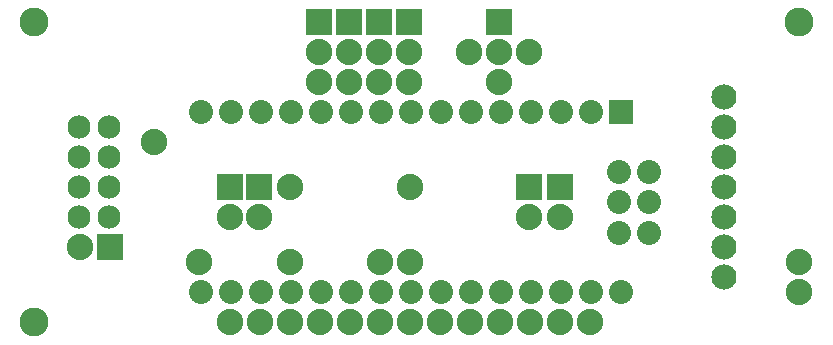
<source format=gts>
G04 MADE WITH FRITZING*
G04 WWW.FRITZING.ORG*
G04 DOUBLE SIDED*
G04 HOLES PLATED*
G04 CONTOUR ON CENTER OF CONTOUR VECTOR*
%ASAXBY*%
%FSLAX23Y23*%
%MOIN*%
%OFA0B0*%
%SFA1.0B1.0*%
%ADD10C,0.088000*%
%ADD11C,0.096614*%
%ADD12C,0.080000*%
%ADD13C,0.077278*%
%ADD14C,0.084000*%
%ADD15R,0.080000X0.079958*%
%ADD16R,0.088000X0.088000*%
%ADD17R,0.001000X0.001000*%
%LNMASK1*%
G90*
G70*
G54D10*
X1744Y987D03*
X644Y287D03*
X494Y687D03*
X1544Y987D03*
X745Y87D03*
X845Y87D03*
X945Y87D03*
X1045Y87D03*
X1145Y87D03*
X1245Y87D03*
X1345Y87D03*
X1445Y87D03*
X1545Y87D03*
X1645Y87D03*
X1745Y87D03*
X1845Y87D03*
X1945Y87D03*
X745Y87D03*
X845Y87D03*
X945Y87D03*
X1045Y87D03*
X1145Y87D03*
X1245Y87D03*
X1345Y87D03*
X1445Y87D03*
X1545Y87D03*
X1645Y87D03*
X1745Y87D03*
X1845Y87D03*
X1945Y87D03*
X2644Y287D03*
X2644Y187D03*
X2644Y287D03*
X2644Y187D03*
G54D11*
X94Y1087D03*
X2644Y1087D03*
X94Y87D03*
G54D12*
X2049Y787D03*
X1949Y787D03*
X1849Y787D03*
X1749Y787D03*
X1649Y787D03*
X1549Y787D03*
X1449Y787D03*
X1349Y787D03*
X1249Y787D03*
X1149Y787D03*
X1049Y787D03*
X949Y787D03*
X849Y787D03*
X749Y787D03*
X649Y787D03*
X2049Y187D03*
X1949Y187D03*
X1849Y187D03*
X1749Y187D03*
X1649Y187D03*
X1549Y187D03*
X1449Y187D03*
X1349Y187D03*
X1249Y187D03*
X1149Y187D03*
X1049Y187D03*
X949Y187D03*
X849Y187D03*
X749Y187D03*
X649Y187D03*
X2144Y587D03*
X2044Y587D03*
X2144Y487D03*
X2044Y487D03*
X2144Y386D03*
X2044Y386D03*
G54D13*
X244Y437D03*
X244Y537D03*
X244Y637D03*
X244Y737D03*
X344Y437D03*
X344Y537D03*
X344Y637D03*
X344Y737D03*
G54D10*
X1845Y537D03*
X1845Y437D03*
X1744Y537D03*
X1744Y437D03*
X745Y537D03*
X745Y437D03*
X345Y337D03*
X245Y337D03*
X844Y537D03*
X844Y437D03*
X1044Y1087D03*
X1044Y987D03*
X1044Y887D03*
X1144Y1087D03*
X1144Y987D03*
X1144Y887D03*
X1244Y1087D03*
X1244Y987D03*
X1244Y887D03*
X1344Y1087D03*
X1344Y987D03*
X1344Y887D03*
X1644Y1087D03*
X1644Y987D03*
X1644Y887D03*
G54D14*
X2394Y237D03*
X2394Y337D03*
X2394Y437D03*
X2394Y537D03*
X2394Y637D03*
X2394Y737D03*
X2394Y837D03*
X2394Y237D03*
X2394Y337D03*
X2394Y437D03*
X2394Y537D03*
X2394Y637D03*
X2394Y737D03*
X2394Y837D03*
G54D10*
X945Y287D03*
X1345Y537D03*
X1345Y287D03*
X1245Y287D03*
X945Y537D03*
G54D15*
X2049Y787D03*
G54D16*
X1845Y537D03*
X1744Y537D03*
X745Y537D03*
X345Y337D03*
X844Y537D03*
X1044Y1087D03*
X1144Y1087D03*
X1244Y1087D03*
X1344Y1087D03*
X1644Y1087D03*
G54D17*
D02*
G04 End of Mask1*
M02*
</source>
